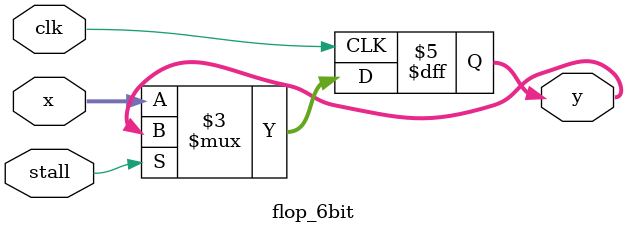
<source format=v>
module flop_6bit(stall, x, y,clk);
input stall,clk;
input [5:0] x;
output reg [5:0]y;

always @(posedge clk)begin
if(stall)
y<=y;
else
y<=x;

end
endmodule

</source>
